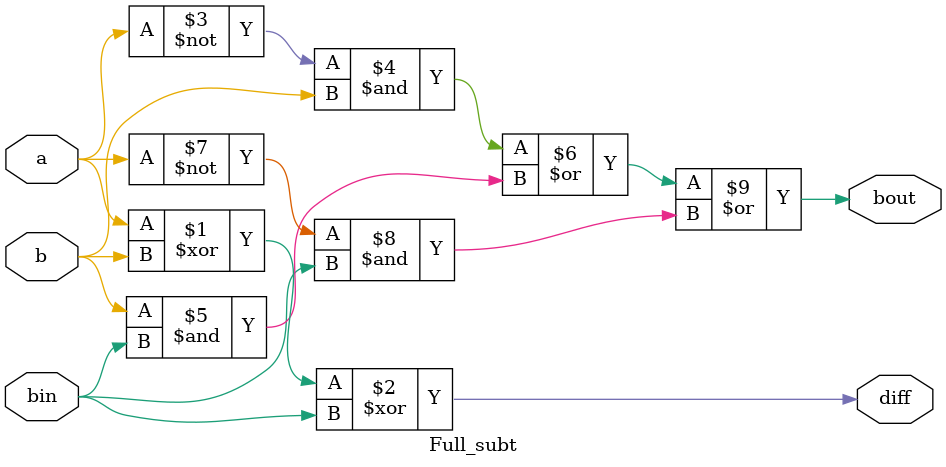
<source format=v>
`timescale 1ns / 1ps


module Full_subt(
input a, b, bin,          
    output diff, bout 
    );
    assign diff = a ^ b ^ bin;                       
    assign bout = (~a & b) | (b & bin) | (~a & bin); 
endmodule

</source>
